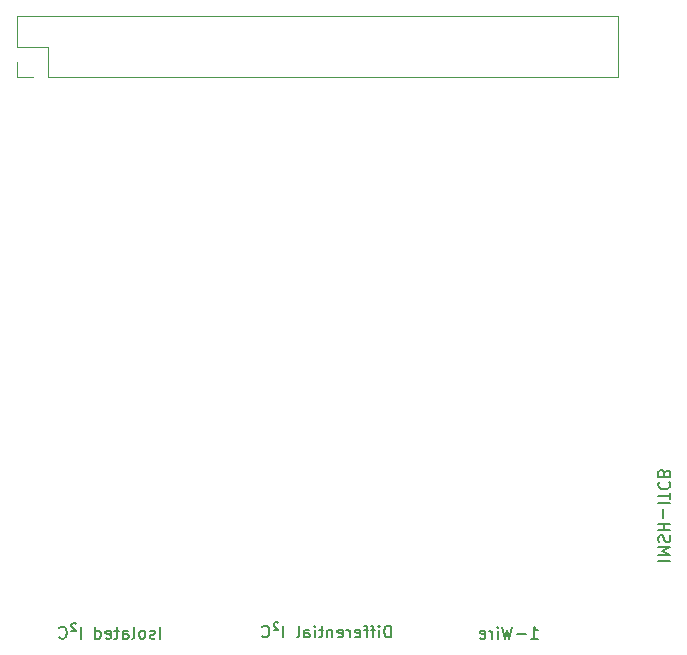
<source format=gbo>
G04 #@! TF.GenerationSoftware,KiCad,Pcbnew,9.0.1*
G04 #@! TF.CreationDate,2025-06-21T16:03:48-05:00*
G04 #@! TF.ProjectId,rpi 1,72706920-312e-46b6-9963-61645f706362,rev?*
G04 #@! TF.SameCoordinates,Original*
G04 #@! TF.FileFunction,Legend,Bot*
G04 #@! TF.FilePolarity,Positive*
%FSLAX46Y46*%
G04 Gerber Fmt 4.6, Leading zero omitted, Abs format (unit mm)*
G04 Created by KiCad (PCBNEW 9.0.1) date 2025-06-21 16:03:48*
%MOMM*%
%LPD*%
G01*
G04 APERTURE LIST*
%ADD10C,0.150000*%
%ADD11C,0.120000*%
G04 APERTURE END LIST*
D10*
X119143220Y-97599819D02*
X119143220Y-96599819D01*
X118714649Y-97552200D02*
X118619411Y-97599819D01*
X118619411Y-97599819D02*
X118428935Y-97599819D01*
X118428935Y-97599819D02*
X118333697Y-97552200D01*
X118333697Y-97552200D02*
X118286078Y-97456961D01*
X118286078Y-97456961D02*
X118286078Y-97409342D01*
X118286078Y-97409342D02*
X118333697Y-97314104D01*
X118333697Y-97314104D02*
X118428935Y-97266485D01*
X118428935Y-97266485D02*
X118571792Y-97266485D01*
X118571792Y-97266485D02*
X118667030Y-97218866D01*
X118667030Y-97218866D02*
X118714649Y-97123628D01*
X118714649Y-97123628D02*
X118714649Y-97076009D01*
X118714649Y-97076009D02*
X118667030Y-96980771D01*
X118667030Y-96980771D02*
X118571792Y-96933152D01*
X118571792Y-96933152D02*
X118428935Y-96933152D01*
X118428935Y-96933152D02*
X118333697Y-96980771D01*
X117714649Y-97599819D02*
X117809887Y-97552200D01*
X117809887Y-97552200D02*
X117857506Y-97504580D01*
X117857506Y-97504580D02*
X117905125Y-97409342D01*
X117905125Y-97409342D02*
X117905125Y-97123628D01*
X117905125Y-97123628D02*
X117857506Y-97028390D01*
X117857506Y-97028390D02*
X117809887Y-96980771D01*
X117809887Y-96980771D02*
X117714649Y-96933152D01*
X117714649Y-96933152D02*
X117571792Y-96933152D01*
X117571792Y-96933152D02*
X117476554Y-96980771D01*
X117476554Y-96980771D02*
X117428935Y-97028390D01*
X117428935Y-97028390D02*
X117381316Y-97123628D01*
X117381316Y-97123628D02*
X117381316Y-97409342D01*
X117381316Y-97409342D02*
X117428935Y-97504580D01*
X117428935Y-97504580D02*
X117476554Y-97552200D01*
X117476554Y-97552200D02*
X117571792Y-97599819D01*
X117571792Y-97599819D02*
X117714649Y-97599819D01*
X116809887Y-97599819D02*
X116905125Y-97552200D01*
X116905125Y-97552200D02*
X116952744Y-97456961D01*
X116952744Y-97456961D02*
X116952744Y-96599819D01*
X116000363Y-97599819D02*
X116000363Y-97076009D01*
X116000363Y-97076009D02*
X116047982Y-96980771D01*
X116047982Y-96980771D02*
X116143220Y-96933152D01*
X116143220Y-96933152D02*
X116333696Y-96933152D01*
X116333696Y-96933152D02*
X116428934Y-96980771D01*
X116000363Y-97552200D02*
X116095601Y-97599819D01*
X116095601Y-97599819D02*
X116333696Y-97599819D01*
X116333696Y-97599819D02*
X116428934Y-97552200D01*
X116428934Y-97552200D02*
X116476553Y-97456961D01*
X116476553Y-97456961D02*
X116476553Y-97361723D01*
X116476553Y-97361723D02*
X116428934Y-97266485D01*
X116428934Y-97266485D02*
X116333696Y-97218866D01*
X116333696Y-97218866D02*
X116095601Y-97218866D01*
X116095601Y-97218866D02*
X116000363Y-97171247D01*
X115667029Y-96933152D02*
X115286077Y-96933152D01*
X115524172Y-96599819D02*
X115524172Y-97456961D01*
X115524172Y-97456961D02*
X115476553Y-97552200D01*
X115476553Y-97552200D02*
X115381315Y-97599819D01*
X115381315Y-97599819D02*
X115286077Y-97599819D01*
X114571791Y-97552200D02*
X114667029Y-97599819D01*
X114667029Y-97599819D02*
X114857505Y-97599819D01*
X114857505Y-97599819D02*
X114952743Y-97552200D01*
X114952743Y-97552200D02*
X115000362Y-97456961D01*
X115000362Y-97456961D02*
X115000362Y-97076009D01*
X115000362Y-97076009D02*
X114952743Y-96980771D01*
X114952743Y-96980771D02*
X114857505Y-96933152D01*
X114857505Y-96933152D02*
X114667029Y-96933152D01*
X114667029Y-96933152D02*
X114571791Y-96980771D01*
X114571791Y-96980771D02*
X114524172Y-97076009D01*
X114524172Y-97076009D02*
X114524172Y-97171247D01*
X114524172Y-97171247D02*
X115000362Y-97266485D01*
X113667029Y-97599819D02*
X113667029Y-96599819D01*
X113667029Y-97552200D02*
X113762267Y-97599819D01*
X113762267Y-97599819D02*
X113952743Y-97599819D01*
X113952743Y-97599819D02*
X114047981Y-97552200D01*
X114047981Y-97552200D02*
X114095600Y-97504580D01*
X114095600Y-97504580D02*
X114143219Y-97409342D01*
X114143219Y-97409342D02*
X114143219Y-97123628D01*
X114143219Y-97123628D02*
X114095600Y-97028390D01*
X114095600Y-97028390D02*
X114047981Y-96980771D01*
X114047981Y-96980771D02*
X113952743Y-96933152D01*
X113952743Y-96933152D02*
X113762267Y-96933152D01*
X113762267Y-96933152D02*
X113667029Y-96980771D01*
X112428933Y-97599819D02*
X112428933Y-96599819D01*
X112000362Y-96361723D02*
X111905124Y-96314104D01*
X111905124Y-96314104D02*
X111762267Y-96314104D01*
X111762267Y-96314104D02*
X111667029Y-96361723D01*
X111667029Y-96361723D02*
X111619410Y-96456961D01*
X111619410Y-96456961D02*
X111619410Y-96552200D01*
X111619410Y-96552200D02*
X111667029Y-96647438D01*
X111667029Y-96647438D02*
X112000362Y-96980771D01*
X112000362Y-96980771D02*
X111619410Y-96980771D01*
X110619410Y-97504580D02*
X110667029Y-97552200D01*
X110667029Y-97552200D02*
X110809886Y-97599819D01*
X110809886Y-97599819D02*
X110905124Y-97599819D01*
X110905124Y-97599819D02*
X111047981Y-97552200D01*
X111047981Y-97552200D02*
X111143219Y-97456961D01*
X111143219Y-97456961D02*
X111190838Y-97361723D01*
X111190838Y-97361723D02*
X111238457Y-97171247D01*
X111238457Y-97171247D02*
X111238457Y-97028390D01*
X111238457Y-97028390D02*
X111190838Y-96837914D01*
X111190838Y-96837914D02*
X111143219Y-96742676D01*
X111143219Y-96742676D02*
X111047981Y-96647438D01*
X111047981Y-96647438D02*
X110905124Y-96599819D01*
X110905124Y-96599819D02*
X110809886Y-96599819D01*
X110809886Y-96599819D02*
X110667029Y-96647438D01*
X110667029Y-96647438D02*
X110619410Y-96695057D01*
X138683220Y-97509819D02*
X138683220Y-96509819D01*
X138683220Y-96509819D02*
X138445125Y-96509819D01*
X138445125Y-96509819D02*
X138302268Y-96557438D01*
X138302268Y-96557438D02*
X138207030Y-96652676D01*
X138207030Y-96652676D02*
X138159411Y-96747914D01*
X138159411Y-96747914D02*
X138111792Y-96938390D01*
X138111792Y-96938390D02*
X138111792Y-97081247D01*
X138111792Y-97081247D02*
X138159411Y-97271723D01*
X138159411Y-97271723D02*
X138207030Y-97366961D01*
X138207030Y-97366961D02*
X138302268Y-97462200D01*
X138302268Y-97462200D02*
X138445125Y-97509819D01*
X138445125Y-97509819D02*
X138683220Y-97509819D01*
X137683220Y-97509819D02*
X137683220Y-96843152D01*
X137683220Y-96509819D02*
X137730839Y-96557438D01*
X137730839Y-96557438D02*
X137683220Y-96605057D01*
X137683220Y-96605057D02*
X137635601Y-96557438D01*
X137635601Y-96557438D02*
X137683220Y-96509819D01*
X137683220Y-96509819D02*
X137683220Y-96605057D01*
X137349887Y-96843152D02*
X136968935Y-96843152D01*
X137207030Y-97509819D02*
X137207030Y-96652676D01*
X137207030Y-96652676D02*
X137159411Y-96557438D01*
X137159411Y-96557438D02*
X137064173Y-96509819D01*
X137064173Y-96509819D02*
X136968935Y-96509819D01*
X136778458Y-96843152D02*
X136397506Y-96843152D01*
X136635601Y-97509819D02*
X136635601Y-96652676D01*
X136635601Y-96652676D02*
X136587982Y-96557438D01*
X136587982Y-96557438D02*
X136492744Y-96509819D01*
X136492744Y-96509819D02*
X136397506Y-96509819D01*
X135683220Y-97462200D02*
X135778458Y-97509819D01*
X135778458Y-97509819D02*
X135968934Y-97509819D01*
X135968934Y-97509819D02*
X136064172Y-97462200D01*
X136064172Y-97462200D02*
X136111791Y-97366961D01*
X136111791Y-97366961D02*
X136111791Y-96986009D01*
X136111791Y-96986009D02*
X136064172Y-96890771D01*
X136064172Y-96890771D02*
X135968934Y-96843152D01*
X135968934Y-96843152D02*
X135778458Y-96843152D01*
X135778458Y-96843152D02*
X135683220Y-96890771D01*
X135683220Y-96890771D02*
X135635601Y-96986009D01*
X135635601Y-96986009D02*
X135635601Y-97081247D01*
X135635601Y-97081247D02*
X136111791Y-97176485D01*
X135207029Y-97509819D02*
X135207029Y-96843152D01*
X135207029Y-97033628D02*
X135159410Y-96938390D01*
X135159410Y-96938390D02*
X135111791Y-96890771D01*
X135111791Y-96890771D02*
X135016553Y-96843152D01*
X135016553Y-96843152D02*
X134921315Y-96843152D01*
X134207029Y-97462200D02*
X134302267Y-97509819D01*
X134302267Y-97509819D02*
X134492743Y-97509819D01*
X134492743Y-97509819D02*
X134587981Y-97462200D01*
X134587981Y-97462200D02*
X134635600Y-97366961D01*
X134635600Y-97366961D02*
X134635600Y-96986009D01*
X134635600Y-96986009D02*
X134587981Y-96890771D01*
X134587981Y-96890771D02*
X134492743Y-96843152D01*
X134492743Y-96843152D02*
X134302267Y-96843152D01*
X134302267Y-96843152D02*
X134207029Y-96890771D01*
X134207029Y-96890771D02*
X134159410Y-96986009D01*
X134159410Y-96986009D02*
X134159410Y-97081247D01*
X134159410Y-97081247D02*
X134635600Y-97176485D01*
X133730838Y-96843152D02*
X133730838Y-97509819D01*
X133730838Y-96938390D02*
X133683219Y-96890771D01*
X133683219Y-96890771D02*
X133587981Y-96843152D01*
X133587981Y-96843152D02*
X133445124Y-96843152D01*
X133445124Y-96843152D02*
X133349886Y-96890771D01*
X133349886Y-96890771D02*
X133302267Y-96986009D01*
X133302267Y-96986009D02*
X133302267Y-97509819D01*
X132968933Y-96843152D02*
X132587981Y-96843152D01*
X132826076Y-96509819D02*
X132826076Y-97366961D01*
X132826076Y-97366961D02*
X132778457Y-97462200D01*
X132778457Y-97462200D02*
X132683219Y-97509819D01*
X132683219Y-97509819D02*
X132587981Y-97509819D01*
X132254647Y-97509819D02*
X132254647Y-96843152D01*
X132254647Y-96509819D02*
X132302266Y-96557438D01*
X132302266Y-96557438D02*
X132254647Y-96605057D01*
X132254647Y-96605057D02*
X132207028Y-96557438D01*
X132207028Y-96557438D02*
X132254647Y-96509819D01*
X132254647Y-96509819D02*
X132254647Y-96605057D01*
X131349886Y-97509819D02*
X131349886Y-96986009D01*
X131349886Y-96986009D02*
X131397505Y-96890771D01*
X131397505Y-96890771D02*
X131492743Y-96843152D01*
X131492743Y-96843152D02*
X131683219Y-96843152D01*
X131683219Y-96843152D02*
X131778457Y-96890771D01*
X131349886Y-97462200D02*
X131445124Y-97509819D01*
X131445124Y-97509819D02*
X131683219Y-97509819D01*
X131683219Y-97509819D02*
X131778457Y-97462200D01*
X131778457Y-97462200D02*
X131826076Y-97366961D01*
X131826076Y-97366961D02*
X131826076Y-97271723D01*
X131826076Y-97271723D02*
X131778457Y-97176485D01*
X131778457Y-97176485D02*
X131683219Y-97128866D01*
X131683219Y-97128866D02*
X131445124Y-97128866D01*
X131445124Y-97128866D02*
X131349886Y-97081247D01*
X130730838Y-97509819D02*
X130826076Y-97462200D01*
X130826076Y-97462200D02*
X130873695Y-97366961D01*
X130873695Y-97366961D02*
X130873695Y-96509819D01*
X129587980Y-97509819D02*
X129587980Y-96509819D01*
X129159409Y-96271723D02*
X129064171Y-96224104D01*
X129064171Y-96224104D02*
X128921314Y-96224104D01*
X128921314Y-96224104D02*
X128826076Y-96271723D01*
X128826076Y-96271723D02*
X128778457Y-96366961D01*
X128778457Y-96366961D02*
X128778457Y-96462200D01*
X128778457Y-96462200D02*
X128826076Y-96557438D01*
X128826076Y-96557438D02*
X129159409Y-96890771D01*
X129159409Y-96890771D02*
X128778457Y-96890771D01*
X127778457Y-97414580D02*
X127826076Y-97462200D01*
X127826076Y-97462200D02*
X127968933Y-97509819D01*
X127968933Y-97509819D02*
X128064171Y-97509819D01*
X128064171Y-97509819D02*
X128207028Y-97462200D01*
X128207028Y-97462200D02*
X128302266Y-97366961D01*
X128302266Y-97366961D02*
X128349885Y-97271723D01*
X128349885Y-97271723D02*
X128397504Y-97081247D01*
X128397504Y-97081247D02*
X128397504Y-96938390D01*
X128397504Y-96938390D02*
X128349885Y-96747914D01*
X128349885Y-96747914D02*
X128302266Y-96652676D01*
X128302266Y-96652676D02*
X128207028Y-96557438D01*
X128207028Y-96557438D02*
X128064171Y-96509819D01*
X128064171Y-96509819D02*
X127968933Y-96509819D01*
X127968933Y-96509819D02*
X127826076Y-96557438D01*
X127826076Y-96557438D02*
X127778457Y-96605057D01*
X150539411Y-97599819D02*
X151110839Y-97599819D01*
X150825125Y-97599819D02*
X150825125Y-96599819D01*
X150825125Y-96599819D02*
X150920363Y-96742676D01*
X150920363Y-96742676D02*
X151015601Y-96837914D01*
X151015601Y-96837914D02*
X151110839Y-96885533D01*
X150110839Y-97218866D02*
X149348935Y-97218866D01*
X148967982Y-96599819D02*
X148729887Y-97599819D01*
X148729887Y-97599819D02*
X148539411Y-96885533D01*
X148539411Y-96885533D02*
X148348935Y-97599819D01*
X148348935Y-97599819D02*
X148110840Y-96599819D01*
X147729887Y-97599819D02*
X147729887Y-96933152D01*
X147729887Y-96599819D02*
X147777506Y-96647438D01*
X147777506Y-96647438D02*
X147729887Y-96695057D01*
X147729887Y-96695057D02*
X147682268Y-96647438D01*
X147682268Y-96647438D02*
X147729887Y-96599819D01*
X147729887Y-96599819D02*
X147729887Y-96695057D01*
X147253697Y-97599819D02*
X147253697Y-96933152D01*
X147253697Y-97123628D02*
X147206078Y-97028390D01*
X147206078Y-97028390D02*
X147158459Y-96980771D01*
X147158459Y-96980771D02*
X147063221Y-96933152D01*
X147063221Y-96933152D02*
X146967983Y-96933152D01*
X146253697Y-97552200D02*
X146348935Y-97599819D01*
X146348935Y-97599819D02*
X146539411Y-97599819D01*
X146539411Y-97599819D02*
X146634649Y-97552200D01*
X146634649Y-97552200D02*
X146682268Y-97456961D01*
X146682268Y-97456961D02*
X146682268Y-97076009D01*
X146682268Y-97076009D02*
X146634649Y-96980771D01*
X146634649Y-96980771D02*
X146539411Y-96933152D01*
X146539411Y-96933152D02*
X146348935Y-96933152D01*
X146348935Y-96933152D02*
X146253697Y-96980771D01*
X146253697Y-96980771D02*
X146206078Y-97076009D01*
X146206078Y-97076009D02*
X146206078Y-97171247D01*
X146206078Y-97171247D02*
X146682268Y-97266485D01*
X161330180Y-91013220D02*
X162330180Y-91013220D01*
X161330180Y-90537030D02*
X162330180Y-90537030D01*
X162330180Y-90537030D02*
X161615895Y-90203697D01*
X161615895Y-90203697D02*
X162330180Y-89870364D01*
X162330180Y-89870364D02*
X161330180Y-89870364D01*
X161377800Y-89441792D02*
X161330180Y-89298935D01*
X161330180Y-89298935D02*
X161330180Y-89060840D01*
X161330180Y-89060840D02*
X161377800Y-88965602D01*
X161377800Y-88965602D02*
X161425419Y-88917983D01*
X161425419Y-88917983D02*
X161520657Y-88870364D01*
X161520657Y-88870364D02*
X161615895Y-88870364D01*
X161615895Y-88870364D02*
X161711133Y-88917983D01*
X161711133Y-88917983D02*
X161758752Y-88965602D01*
X161758752Y-88965602D02*
X161806371Y-89060840D01*
X161806371Y-89060840D02*
X161853990Y-89251316D01*
X161853990Y-89251316D02*
X161901609Y-89346554D01*
X161901609Y-89346554D02*
X161949228Y-89394173D01*
X161949228Y-89394173D02*
X162044466Y-89441792D01*
X162044466Y-89441792D02*
X162139704Y-89441792D01*
X162139704Y-89441792D02*
X162234942Y-89394173D01*
X162234942Y-89394173D02*
X162282561Y-89346554D01*
X162282561Y-89346554D02*
X162330180Y-89251316D01*
X162330180Y-89251316D02*
X162330180Y-89013221D01*
X162330180Y-89013221D02*
X162282561Y-88870364D01*
X161330180Y-88441792D02*
X162330180Y-88441792D01*
X161853990Y-88441792D02*
X161853990Y-87870364D01*
X161330180Y-87870364D02*
X162330180Y-87870364D01*
X161711133Y-87394173D02*
X161711133Y-86632269D01*
X161330180Y-86156078D02*
X162330180Y-86156078D01*
X162330180Y-85822745D02*
X162330180Y-85251317D01*
X161330180Y-85537031D02*
X162330180Y-85537031D01*
X161425419Y-84346555D02*
X161377800Y-84394174D01*
X161377800Y-84394174D02*
X161330180Y-84537031D01*
X161330180Y-84537031D02*
X161330180Y-84632269D01*
X161330180Y-84632269D02*
X161377800Y-84775126D01*
X161377800Y-84775126D02*
X161473038Y-84870364D01*
X161473038Y-84870364D02*
X161568276Y-84917983D01*
X161568276Y-84917983D02*
X161758752Y-84965602D01*
X161758752Y-84965602D02*
X161901609Y-84965602D01*
X161901609Y-84965602D02*
X162092085Y-84917983D01*
X162092085Y-84917983D02*
X162187323Y-84870364D01*
X162187323Y-84870364D02*
X162282561Y-84775126D01*
X162282561Y-84775126D02*
X162330180Y-84632269D01*
X162330180Y-84632269D02*
X162330180Y-84537031D01*
X162330180Y-84537031D02*
X162282561Y-84394174D01*
X162282561Y-84394174D02*
X162234942Y-84346555D01*
X161853990Y-83584650D02*
X161806371Y-83441793D01*
X161806371Y-83441793D02*
X161758752Y-83394174D01*
X161758752Y-83394174D02*
X161663514Y-83346555D01*
X161663514Y-83346555D02*
X161520657Y-83346555D01*
X161520657Y-83346555D02*
X161425419Y-83394174D01*
X161425419Y-83394174D02*
X161377800Y-83441793D01*
X161377800Y-83441793D02*
X161330180Y-83537031D01*
X161330180Y-83537031D02*
X161330180Y-83917983D01*
X161330180Y-83917983D02*
X162330180Y-83917983D01*
X162330180Y-83917983D02*
X162330180Y-83584650D01*
X162330180Y-83584650D02*
X162282561Y-83489412D01*
X162282561Y-83489412D02*
X162234942Y-83441793D01*
X162234942Y-83441793D02*
X162139704Y-83394174D01*
X162139704Y-83394174D02*
X162044466Y-83394174D01*
X162044466Y-83394174D02*
X161949228Y-83441793D01*
X161949228Y-83441793D02*
X161901609Y-83489412D01*
X161901609Y-83489412D02*
X161853990Y-83584650D01*
X161853990Y-83584650D02*
X161853990Y-83917983D01*
D11*
X107040000Y-44900000D02*
X107040000Y-47500000D01*
X107040000Y-44900000D02*
X157960000Y-44900000D01*
X107040000Y-47500000D02*
X109640000Y-47500000D01*
X107040000Y-48770000D02*
X107040000Y-50100000D01*
X107040000Y-50100000D02*
X108370000Y-50100000D01*
X109640000Y-47500000D02*
X109640000Y-50100000D01*
X109640000Y-50100000D02*
X157960000Y-50100000D01*
X157960000Y-44900000D02*
X157960000Y-50100000D01*
M02*

</source>
